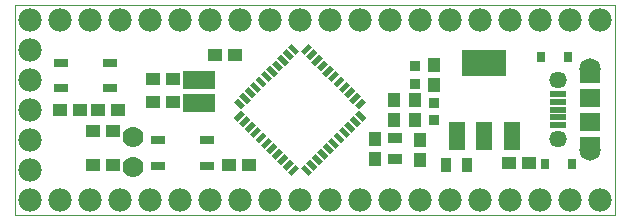
<source format=gts>
G75*
%MOIN*%
%OFA0B0*%
%FSLAX25Y25*%
%IPPOS*%
%LPD*%
%AMOC8*
5,1,8,0,0,1.08239X$1,22.5*
%
%ADD10C,0.00000*%
%ADD11R,0.04337X0.04731*%
%ADD12R,0.04731X0.04337*%
%ADD13R,0.03550X0.03550*%
%ADD14R,0.03550X0.05124*%
%ADD15C,0.07000*%
%ADD16C,0.07800*%
%ADD17R,0.03550X0.01778*%
%ADD18R,0.05124X0.03550*%
%ADD19R,0.02880X0.03668*%
%ADD20R,0.05200X0.09200*%
%ADD21R,0.14573X0.09061*%
%ADD22R,0.05715X0.01975*%
%ADD23R,0.06502X0.06306*%
%ADD24C,0.07191*%
%ADD25C,0.05746*%
%ADD26R,0.04534X0.02959*%
%ADD27R,0.11030X0.06306*%
D10*
X0027595Y0221800D02*
X0027595Y0291800D01*
X0227595Y0291800D01*
X0227595Y0221800D01*
X0027595Y0221800D01*
D11*
X0147495Y0240254D03*
X0147495Y0246946D03*
X0153895Y0253254D03*
X0160995Y0253354D03*
X0160995Y0260046D03*
X0153895Y0259946D03*
X0167295Y0264954D03*
X0167295Y0271646D03*
X0162595Y0246846D03*
X0162595Y0240154D03*
D12*
X0192249Y0238900D03*
X0198942Y0238900D03*
X0105658Y0238466D03*
X0098965Y0238466D03*
X0060142Y0238500D03*
X0053449Y0238500D03*
X0053449Y0249600D03*
X0060142Y0249600D03*
X0061942Y0256800D03*
X0055249Y0256800D03*
X0049142Y0256800D03*
X0042449Y0256800D03*
X0073549Y0259300D03*
X0080242Y0259300D03*
X0080342Y0266900D03*
X0073649Y0266900D03*
X0094149Y0275100D03*
X0100842Y0275100D03*
D13*
X0160995Y0271253D03*
X0160995Y0265347D03*
X0167295Y0259153D03*
X0167295Y0253247D03*
D14*
X0171152Y0238500D03*
X0178238Y0238500D03*
D15*
X0066995Y0237600D03*
X0066995Y0247600D03*
D16*
X0032595Y0246800D03*
X0032595Y0236800D03*
X0032595Y0226800D03*
X0042595Y0226800D03*
X0052595Y0226800D03*
X0062595Y0226800D03*
X0072595Y0226800D03*
X0082595Y0226800D03*
X0092595Y0226800D03*
X0102595Y0226800D03*
X0112595Y0226800D03*
X0122595Y0226800D03*
X0132595Y0226800D03*
X0142595Y0226800D03*
X0152595Y0226800D03*
X0162595Y0226800D03*
X0172595Y0226800D03*
X0182595Y0226800D03*
X0192595Y0226800D03*
X0202595Y0226800D03*
X0212595Y0226800D03*
X0222595Y0226800D03*
X0222595Y0286800D03*
X0212595Y0286800D03*
X0202595Y0286800D03*
X0192595Y0286800D03*
X0182595Y0286800D03*
X0172595Y0286800D03*
X0162595Y0286800D03*
X0152595Y0286800D03*
X0142595Y0286800D03*
X0132595Y0286800D03*
X0122595Y0286800D03*
X0112595Y0286800D03*
X0102595Y0286800D03*
X0092595Y0286800D03*
X0082595Y0286800D03*
X0072595Y0286800D03*
X0062595Y0286800D03*
X0052595Y0286800D03*
X0042595Y0286800D03*
X0032595Y0286800D03*
X0032595Y0276800D03*
X0032595Y0266800D03*
X0032595Y0256800D03*
D17*
G36*
X0103038Y0257005D02*
X0100529Y0259514D01*
X0101786Y0260771D01*
X0104295Y0258262D01*
X0103038Y0257005D01*
G37*
G36*
X0100529Y0254086D02*
X0103038Y0256595D01*
X0104295Y0255338D01*
X0101786Y0252829D01*
X0100529Y0254086D01*
G37*
G36*
X0102338Y0252277D02*
X0104847Y0254786D01*
X0106104Y0253529D01*
X0103595Y0251020D01*
X0102338Y0252277D01*
G37*
G36*
X0104148Y0250467D02*
X0106657Y0252976D01*
X0107914Y0251719D01*
X0105405Y0249210D01*
X0104148Y0250467D01*
G37*
G36*
X0105958Y0248658D02*
X0108467Y0251167D01*
X0109724Y0249910D01*
X0107215Y0247401D01*
X0105958Y0248658D01*
G37*
G36*
X0107767Y0246848D02*
X0110276Y0249357D01*
X0111533Y0248100D01*
X0109024Y0245591D01*
X0107767Y0246848D01*
G37*
G36*
X0109577Y0245038D02*
X0112086Y0247547D01*
X0113343Y0246290D01*
X0110834Y0243781D01*
X0109577Y0245038D01*
G37*
G36*
X0115152Y0244481D02*
X0112643Y0241972D01*
X0111386Y0243229D01*
X0113895Y0245738D01*
X0115152Y0244481D01*
G37*
G36*
X0116962Y0242671D02*
X0114453Y0240162D01*
X0113196Y0241419D01*
X0115705Y0243928D01*
X0116962Y0242671D01*
G37*
G36*
X0118771Y0240862D02*
X0116262Y0238353D01*
X0115005Y0239610D01*
X0117514Y0242119D01*
X0118771Y0240862D01*
G37*
G36*
X0120581Y0239052D02*
X0118072Y0236543D01*
X0116815Y0237800D01*
X0119324Y0240309D01*
X0120581Y0239052D01*
G37*
G36*
X0122390Y0237243D02*
X0119881Y0234734D01*
X0118624Y0235991D01*
X0121133Y0238500D01*
X0122390Y0237243D01*
G37*
G36*
X0125309Y0234734D02*
X0122800Y0237243D01*
X0124057Y0238500D01*
X0126566Y0235991D01*
X0125309Y0234734D01*
G37*
G36*
X0127119Y0236543D02*
X0124610Y0239052D01*
X0125867Y0240309D01*
X0128376Y0237800D01*
X0127119Y0236543D01*
G37*
G36*
X0128928Y0238353D02*
X0126419Y0240862D01*
X0127676Y0242119D01*
X0130185Y0239610D01*
X0128928Y0238353D01*
G37*
G36*
X0130738Y0240162D02*
X0128229Y0242671D01*
X0129486Y0243928D01*
X0131995Y0241419D01*
X0130738Y0240162D01*
G37*
G36*
X0132547Y0241972D02*
X0130038Y0244481D01*
X0131295Y0245738D01*
X0133804Y0243229D01*
X0132547Y0241972D01*
G37*
G36*
X0134357Y0243781D02*
X0131848Y0246290D01*
X0133105Y0247547D01*
X0135614Y0245038D01*
X0134357Y0243781D01*
G37*
G36*
X0134914Y0249357D02*
X0137423Y0246848D01*
X0136166Y0245591D01*
X0133657Y0248100D01*
X0134914Y0249357D01*
G37*
G36*
X0136724Y0251167D02*
X0139233Y0248658D01*
X0137976Y0247401D01*
X0135467Y0249910D01*
X0136724Y0251167D01*
G37*
G36*
X0138533Y0252976D02*
X0141042Y0250467D01*
X0139785Y0249210D01*
X0137276Y0251719D01*
X0138533Y0252976D01*
G37*
G36*
X0140343Y0254786D02*
X0142852Y0252277D01*
X0141595Y0251020D01*
X0139086Y0253529D01*
X0140343Y0254786D01*
G37*
G36*
X0142152Y0256595D02*
X0144661Y0254086D01*
X0143404Y0252829D01*
X0140895Y0255338D01*
X0142152Y0256595D01*
G37*
G36*
X0144661Y0259514D02*
X0142152Y0257005D01*
X0140895Y0258262D01*
X0143404Y0260771D01*
X0144661Y0259514D01*
G37*
G36*
X0142852Y0261323D02*
X0140343Y0258814D01*
X0139086Y0260071D01*
X0141595Y0262580D01*
X0142852Y0261323D01*
G37*
G36*
X0141042Y0263133D02*
X0138533Y0260624D01*
X0137276Y0261881D01*
X0139785Y0264390D01*
X0141042Y0263133D01*
G37*
G36*
X0139233Y0264942D02*
X0136724Y0262433D01*
X0135467Y0263690D01*
X0137976Y0266199D01*
X0139233Y0264942D01*
G37*
G36*
X0137423Y0266752D02*
X0134914Y0264243D01*
X0133657Y0265500D01*
X0136166Y0268009D01*
X0137423Y0266752D01*
G37*
G36*
X0135614Y0268562D02*
X0133105Y0266053D01*
X0131848Y0267310D01*
X0134357Y0269819D01*
X0135614Y0268562D01*
G37*
G36*
X0130038Y0269119D02*
X0132547Y0271628D01*
X0133804Y0270371D01*
X0131295Y0267862D01*
X0130038Y0269119D01*
G37*
G36*
X0128229Y0270929D02*
X0130738Y0273438D01*
X0131995Y0272181D01*
X0129486Y0269672D01*
X0128229Y0270929D01*
G37*
G36*
X0126419Y0272738D02*
X0128928Y0275247D01*
X0130185Y0273990D01*
X0127676Y0271481D01*
X0126419Y0272738D01*
G37*
G36*
X0124610Y0274548D02*
X0127119Y0277057D01*
X0128376Y0275800D01*
X0125867Y0273291D01*
X0124610Y0274548D01*
G37*
G36*
X0122800Y0276357D02*
X0125309Y0278866D01*
X0126566Y0277609D01*
X0124057Y0275100D01*
X0122800Y0276357D01*
G37*
G36*
X0119881Y0278866D02*
X0122390Y0276357D01*
X0121133Y0275100D01*
X0118624Y0277609D01*
X0119881Y0278866D01*
G37*
G36*
X0118072Y0277057D02*
X0120581Y0274548D01*
X0119324Y0273291D01*
X0116815Y0275800D01*
X0118072Y0277057D01*
G37*
G36*
X0116262Y0275247D02*
X0118771Y0272738D01*
X0117514Y0271481D01*
X0115005Y0273990D01*
X0116262Y0275247D01*
G37*
G36*
X0114453Y0273438D02*
X0116962Y0270929D01*
X0115705Y0269672D01*
X0113196Y0272181D01*
X0114453Y0273438D01*
G37*
G36*
X0112643Y0271628D02*
X0115152Y0269119D01*
X0113895Y0267862D01*
X0111386Y0270371D01*
X0112643Y0271628D01*
G37*
G36*
X0110834Y0269819D02*
X0113343Y0267310D01*
X0112086Y0266053D01*
X0109577Y0268562D01*
X0110834Y0269819D01*
G37*
G36*
X0110276Y0264243D02*
X0107767Y0266752D01*
X0109024Y0268009D01*
X0111533Y0265500D01*
X0110276Y0264243D01*
G37*
G36*
X0108467Y0262433D02*
X0105958Y0264942D01*
X0107215Y0266199D01*
X0109724Y0263690D01*
X0108467Y0262433D01*
G37*
G36*
X0106657Y0260624D02*
X0104148Y0263133D01*
X0105405Y0264390D01*
X0107914Y0261881D01*
X0106657Y0260624D01*
G37*
G36*
X0104847Y0258814D02*
X0102338Y0261323D01*
X0103595Y0262580D01*
X0106104Y0260071D01*
X0104847Y0258814D01*
G37*
D18*
X0154295Y0247343D03*
X0154295Y0240257D03*
D19*
X0204268Y0238800D03*
X0213323Y0238800D03*
X0211923Y0274400D03*
X0202868Y0274400D03*
D20*
X0193162Y0247946D03*
X0184062Y0247946D03*
X0174962Y0247946D03*
D21*
X0184062Y0272347D03*
D22*
X0208468Y0261907D03*
X0208468Y0259348D03*
X0208468Y0256789D03*
X0208468Y0254230D03*
X0208468Y0251671D03*
D23*
X0219098Y0252852D03*
X0219098Y0260726D03*
X0219098Y0268797D03*
X0219098Y0244781D03*
D24*
X0219098Y0243226D03*
X0219098Y0270352D03*
D25*
X0208468Y0266631D03*
X0208468Y0246946D03*
D26*
X0091464Y0246632D03*
X0091464Y0238168D03*
X0075126Y0238168D03*
X0075126Y0246632D03*
X0059364Y0264068D03*
X0059364Y0272532D03*
X0043026Y0272532D03*
X0043026Y0264068D03*
D27*
X0088995Y0266640D03*
X0088995Y0259160D03*
M02*

</source>
